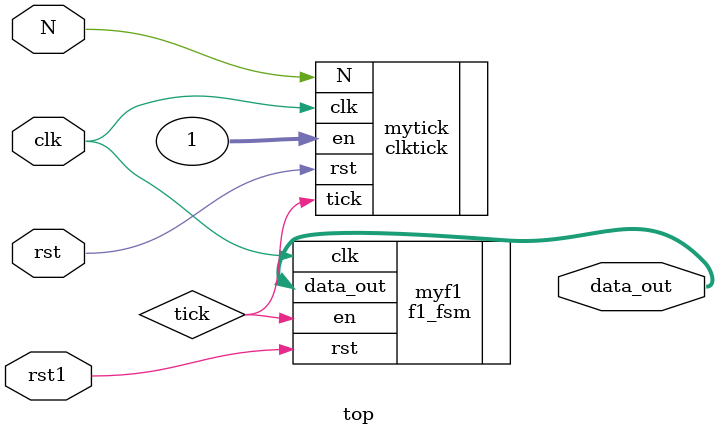
<source format=sv>
module top (
    input logic rst,
    input logic rst1,
    input logic N,
    input logic clk,
    output logic [7:0] data_out
);

logic tick;

clktick mytick(
    .clk (clk),
    .rst (rst),
    .en (1),
    .N (N),
    .tick (tick)
);

f1_fsm myf1(
    .rst (rst1),
    .en (tick),
    .clk (clk),
    .data_out (data_out)
);

endmodule

</source>
